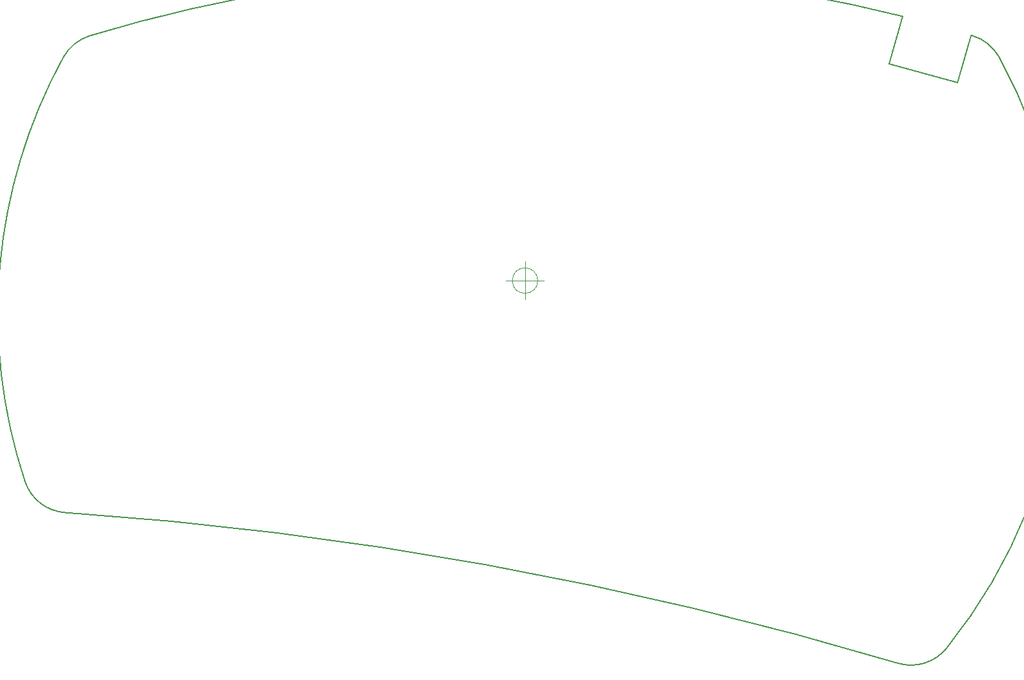
<source format=gbr>
%TF.GenerationSoftware,KiCad,Pcbnew,6.0.2-378541a8eb~116~ubuntu20.04.1*%
%TF.CreationDate,2022-03-20T18:30:43+01:00*%
%TF.ProjectId,Bottom_Plate,426f7474-6f6d-45f5-906c-6174652e6b69,v0.1*%
%TF.SameCoordinates,Original*%
%TF.FileFunction,Profile,NP*%
%FSLAX46Y46*%
G04 Gerber Fmt 4.6, Leading zero omitted, Abs format (unit mm)*
G04 Created by KiCad (PCBNEW 6.0.2-378541a8eb~116~ubuntu20.04.1) date 2022-03-20 18:30:43*
%MOMM*%
%LPD*%
G01*
G04 APERTURE LIST*
%TA.AperFunction,Profile*%
%ADD10C,0.150000*%
%TD*%
%TA.AperFunction,Profile*%
%ADD11C,0.050000*%
%TD*%
G04 APERTURE END LIST*
D10*
X262416858Y-203252467D02*
G75*
G03*
X153161630Y-183482473I-143107476J-479082651D01*
G01*
X272205916Y-120898534D02*
G75*
G03*
X271985972Y-120832154I-59168024J-195650212D01*
G01*
X263040530Y-118362828D02*
X261309372Y-124605182D01*
X147873339Y-179386341D02*
G75*
G03*
X153161630Y-183482474I5694518J1890101D01*
G01*
X270251862Y-127085154D02*
X271985973Y-120832154D01*
X275733987Y-123764113D02*
G75*
G03*
X272205916Y-120898534I-5264963J-2877516D01*
G01*
X156412827Y-120898534D02*
G75*
G03*
X152884756Y-123764114I1736897J-5743100D01*
G01*
X262416857Y-203252467D02*
G75*
G03*
X268805219Y-201269252I1717290J5748991D01*
G01*
X152884757Y-123764113D02*
G75*
G03*
X147873339Y-179386340I61424608J-33571069D01*
G01*
X268805220Y-201269252D02*
G75*
G03*
X275733987Y-123764114I-54495848J43934070D01*
G01*
X263040530Y-118362828D02*
G75*
G03*
X156412828Y-120898534I-48731159J-193972342D01*
G01*
X261309372Y-124605182D02*
X270251862Y-127085154D01*
D11*
X215152666Y-153042000D02*
G75*
G03*
X215152666Y-153042000I-1666666J0D01*
G01*
X210986000Y-153042000D02*
X215986000Y-153042000D01*
X213486000Y-150542000D02*
X213486000Y-155542000D01*
M02*

</source>
